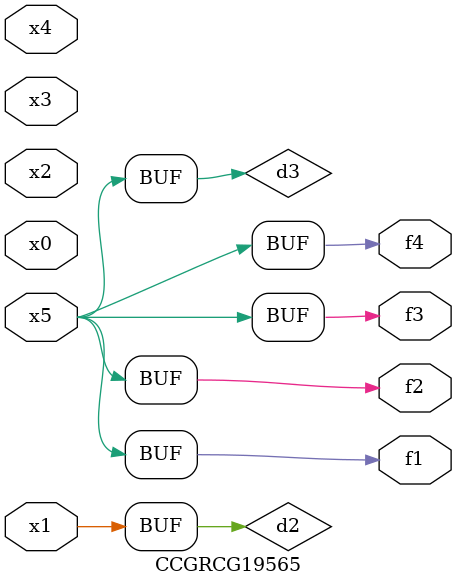
<source format=v>
module CCGRCG19565(
	input x0, x1, x2, x3, x4, x5,
	output f1, f2, f3, f4
);

	wire d1, d2, d3;

	not (d1, x5);
	or (d2, x1);
	xnor (d3, d1);
	assign f1 = d3;
	assign f2 = d3;
	assign f3 = d3;
	assign f4 = d3;
endmodule

</source>
